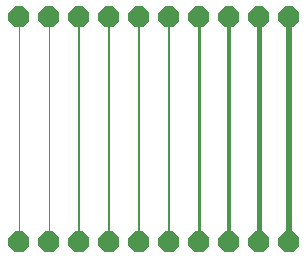
<source format=gbr>
G04 EAGLE Gerber RS-274X export*
G75*
%MOMM*%
%FSLAX34Y34*%
%LPD*%
%INTop Copper*%
%IPPOS*%
%AMOC8*
5,1,8,0,0,1.08239X$1,22.5*%
G01*
%ADD10P,1.924489X8X112.500000*%
%ADD11C,0.076200*%
%ADD12C,0.101600*%
%ADD13C,0.127000*%
%ADD14C,0.152400*%
%ADD15C,0.177800*%
%ADD16C,0.203200*%
%ADD17C,0.254000*%
%ADD18C,0.304800*%
%ADD19C,0.406400*%
%ADD20C,0.508000*%


D10*
X25400Y25400D03*
X50800Y25400D03*
X76200Y25400D03*
X101600Y25400D03*
X127000Y25400D03*
X152400Y25400D03*
X177800Y25400D03*
X203200Y25400D03*
X228600Y25400D03*
X254000Y25400D03*
X25400Y215900D03*
X50800Y215900D03*
X76200Y215900D03*
X101600Y215900D03*
X127000Y215900D03*
X152400Y215900D03*
X177800Y215900D03*
X203200Y215900D03*
X228600Y215900D03*
X254000Y215900D03*
D11*
X25400Y215900D02*
X25400Y25400D01*
D12*
X50800Y25400D02*
X50800Y215900D01*
D13*
X76200Y215900D02*
X76200Y25400D01*
D14*
X101600Y25400D02*
X101600Y215900D01*
D15*
X127000Y215900D02*
X127000Y25400D01*
D16*
X152400Y25400D02*
X152400Y215900D01*
D17*
X177800Y215900D02*
X177800Y25400D01*
D18*
X203200Y25400D02*
X203200Y215900D01*
D19*
X228600Y215900D02*
X228600Y25400D01*
D20*
X254000Y25400D02*
X254000Y215900D01*
M02*

</source>
